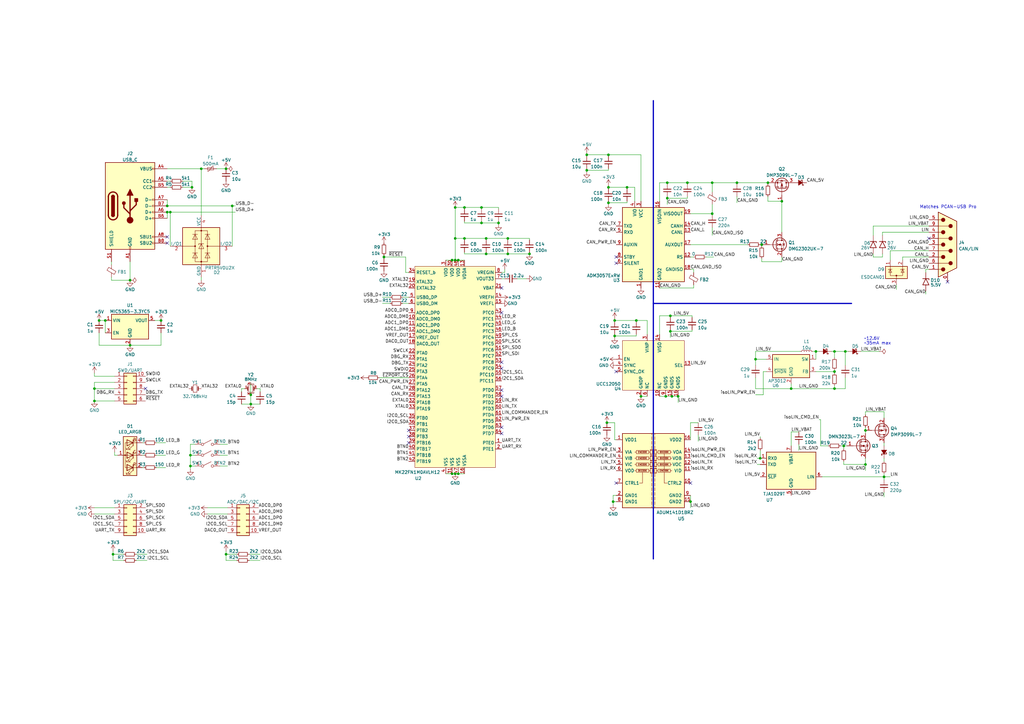
<source format=kicad_sch>
(kicad_sch (version 20230121) (generator eeschema)
  (paper "A3")
  (title_block (title "JABICAN-USB Pro"))
  (junction (at 157.48 105.41))
  (junction (at 309.88 147.32))
  (junction (at 362.585 195.58))
  (junction (at 92.71 227.33))
  (junction (at 260.985 131.445))
  (junction (at 292.1 74.93))
  (junction (at 324.485 159.385))
  (junction (at 53.34 114.935))
  (junction (at 78.105 191.135))
  (junction (at 346.71 144.145))
  (junction (at 208.28 97.79))
  (junction (at 354.965 190.5))
  (junction (at 257.175 76.835))
  (junction (at 249.555 83.185))
  (junction (at 334.645 144.145))
  (junction (at 274.955 129.54))
  (junction (at 251.46 205.74))
  (junction (at 273.05 162.56))
  (junction (at 190.5 85.09))
  (junction (at 102.87 165.735))
  (junction (at 38.735 159.385))
  (junction (at 186.69 97.79))
  (junction (at 102.87 161.925))
  (junction (at 199.39 97.79))
  (junction (at 78.105 186.69))
  (junction (at 187.96 106.68))
  (junction (at 197.485 85.09))
  (junction (at 199.39 104.14))
  (junction (at 312.42 100.33))
  (junction (at 273.685 81.28))
  (junction (at 342.265 152.4))
  (junction (at 68.58 84.455))
  (junction (at 186.69 85.09))
  (junction (at 262.89 162.56))
  (junction (at 69.85 86.995))
  (junction (at 204.47 91.44))
  (junction (at 252.095 131.445))
  (junction (at 342.265 159.385))
  (junction (at 249.555 63.5))
  (junction (at 82.55 69.215))
  (junction (at 283.21 205.74))
  (junction (at 252.095 137.795))
  (junction (at 190.5 97.79))
  (junction (at 186.69 106.68))
  (junction (at 43.18 131.445))
  (junction (at 208.28 104.14))
  (junction (at 354.965 176.53))
  (junction (at 292.1 87.63))
  (junction (at 46.355 227.33))
  (junction (at 320.675 82.55))
  (junction (at 278.13 162.56))
  (junction (at 342.265 144.145))
  (junction (at 92.71 69.215))
  (junction (at 40.64 131.445))
  (junction (at 186.69 194.31))
  (junction (at 311.785 187.96))
  (junction (at 346.075 182.88))
  (junction (at 240.665 69.85))
  (junction (at 38.735 164.465))
  (junction (at 185.42 106.68))
  (junction (at 240.665 63.5))
  (junction (at 53.34 141.605))
  (junction (at 281.94 74.93))
  (junction (at 275.59 162.56))
  (junction (at 95.25 84.455))
  (junction (at 187.96 194.31))
  (junction (at 249.555 76.835))
  (junction (at 66.04 131.445))
  (junction (at 273.685 74.93))
  (junction (at 185.42 194.31))
  (junction (at 217.17 104.14))
  (junction (at 274.955 135.89))
  (junction (at 248.92 173.355))
  (junction (at 302.26 74.93))
  (junction (at 78.74 76.835))
  (junction (at 314.96 74.93))
  (junction (at 68.58 86.995))
  (junction (at 197.485 91.44))
  (no_connect (at 252.73 152.4))
  (no_connect (at 205.74 128.27))
  (no_connect (at 252.73 105.41))
  (no_connect (at 252.73 107.95))
  (no_connect (at 252.73 198.12))
  (no_connect (at 283.21 198.12))
  (no_connect (at 167.64 181.61))
  (no_connect (at 167.64 179.07))
  (no_connect (at 167.64 176.53))
  (no_connect (at 205.74 148.59))
  (no_connect (at 205.74 151.13))
  (no_connect (at 205.74 162.56))
  (no_connect (at 205.74 160.02))
  (no_connect (at 205.74 175.26))
  (no_connect (at 205.74 177.8))
  (no_connect (at 59.69 159.385))
  (no_connect (at 388.62 115.57))
  (no_connect (at 68.58 99.695))
  (no_connect (at 68.58 97.155))
  (no_connect (at 205.74 118.11))
  (no_connect (at 381 97.79))
  (wire (pts (xy 78.74 76.835) (xy 74.93 76.835)))
  (wire (pts (xy 346.71 159.385) (xy 342.265 159.385)))
  (wire (pts (xy 190.5 104.14) (xy 199.39 104.14)))
  (wire (pts (xy 286.385 178.435) (xy 286.385 180.975)))
  (wire (pts (xy 38.735 156.845) (xy 46.99 156.845)))
  (wire (pts (xy 95.25 84.455) (xy 96.52 84.455)))
  (wire (pts (xy 346.075 184.15) (xy 346.075 182.88)))
  (wire (pts (xy 362.585 182.88) (xy 362.585 181.61)))
  (wire (pts (xy 333.375 144.145) (xy 334.645 144.145)))
  (wire (pts (xy 199.39 98.425) (xy 199.39 97.79)))
  (wire (pts (xy 314.325 152.4) (xy 313.055 152.4)))
  (wire (pts (xy 260.985 131.445) (xy 260.985 132.08)))
  (wire (pts (xy 354.965 190.5) (xy 354.965 193.04)))
  (wire (pts (xy 68.58 84.455) (xy 95.25 84.455)))
  (wire (pts (xy 354.965 168.91) (xy 362.585 168.91)))
  (wire (pts (xy 283.845 129.54) (xy 283.845 130.175)))
  (wire (pts (xy 314.96 82.55) (xy 320.675 82.55)))
  (wire (pts (xy 64.135 181.61) (xy 67.945 181.61)))
  (wire (pts (xy 284.48 118.11) (xy 284.48 116.84)))
  (wire (pts (xy 95.25 84.455) (xy 95.25 100.965)))
  (wire (pts (xy 66.04 136.525) (xy 66.04 141.605)))
  (wire (pts (xy 281.94 74.93) (xy 292.1 74.93)))
  (wire (pts (xy 309.88 144.145) (xy 328.295 144.145)))
  (wire (pts (xy 106.68 159.385) (xy 106.68 160.655)))
  (wire (pts (xy 362.585 195.58) (xy 362.585 196.85)))
  (wire (pts (xy 283.21 110.49) (xy 284.48 110.49)))
  (wire (pts (xy 240.665 63.5) (xy 249.555 63.5)))
  (wire (pts (xy 336.55 182.88) (xy 339.725 182.88)))
  (wire (pts (xy 58.42 181.61) (xy 59.055 181.61)))
  (wire (pts (xy 289.56 105.41) (xy 292.735 105.41)))
  (wire (pts (xy 68.58 69.215) (xy 82.55 69.215)))
  (wire (pts (xy 53.34 107.315) (xy 53.34 114.935)))
  (wire (pts (xy 186.69 85.09) (xy 186.69 97.79)))
  (wire (pts (xy 92.71 229.87) (xy 97.155 229.87)))
  (wire (pts (xy 78.105 186.69) (xy 78.105 191.135)))
  (wire (pts (xy 257.175 83.185) (xy 249.555 83.185)))
  (wire (pts (xy 197.485 85.09) (xy 204.47 85.09)))
  (wire (pts (xy 346.71 144.145) (xy 342.265 144.145)))
  (wire (pts (xy 249.555 76.835) (xy 257.175 76.835)))
  (wire (pts (xy 197.485 90.805) (xy 197.485 91.44)))
  (wire (pts (xy 354.965 177.8) (xy 354.965 176.53)))
  (wire (pts (xy 358.14 92.71) (xy 358.14 96.52)))
  (wire (pts (xy 252.095 180.34) (xy 252.095 173.355)))
  (wire (pts (xy 90.17 191.135) (xy 93.345 191.135)))
  (wire (pts (xy 102.87 156.845) (xy 102.87 161.925)))
  (wire (pts (xy 240.665 69.85) (xy 240.665 69.215)))
  (wire (pts (xy 80.01 182.245) (xy 78.105 182.245)))
  (wire (pts (xy 274.955 135.255) (xy 274.955 135.89)))
  (wire (pts (xy 53.34 141.605) (xy 66.04 141.605)))
  (wire (pts (xy 310.515 187.96) (xy 311.785 187.96)))
  (wire (pts (xy 324.485 159.385) (xy 342.265 159.385)))
  (wire (pts (xy 45.72 114.935) (xy 53.34 114.935)))
  (wire (pts (xy 55.88 229.87) (xy 60.325 229.87)))
  (wire (pts (xy 379.73 119.38) (xy 379.73 120.65)))
  (wire (pts (xy 217.17 98.425) (xy 217.17 97.79)))
  (wire (pts (xy 38.735 153.035) (xy 38.735 154.305)))
  (wire (pts (xy 102.87 161.925) (xy 102.87 165.735)))
  (wire (pts (xy 204.47 91.44) (xy 204.47 90.805)))
  (wire (pts (xy 354.965 190.5) (xy 346.075 190.5)))
  (wire (pts (xy 190.5 85.725) (xy 190.5 85.09)))
  (wire (pts (xy 165.1 121.92) (xy 167.64 121.92)))
  (wire (pts (xy 292.1 87.63) (xy 292.1 88.265)))
  (wire (pts (xy 58.42 186.69) (xy 59.055 186.69)))
  (wire (pts (xy 302.26 75.565) (xy 302.26 74.93)))
  (wire (pts (xy 204.47 91.44) (xy 204.47 92.075)))
  (wire (pts (xy 270.51 162.56) (xy 273.05 162.56)))
  (wire (pts (xy 187.96 194.31) (xy 190.5 194.31)))
  (wire (pts (xy 102.235 227.33) (xy 106.68 227.33)))
  (wire (pts (xy 311.785 184.785) (xy 311.785 187.96)))
  (wire (pts (xy 292.1 74.93) (xy 302.26 74.93)))
  (wire (pts (xy 379.73 110.49) (xy 379.73 111.76)))
  (wire (pts (xy 278.13 162.56) (xy 278.13 165.1)))
  (wire (pts (xy 314.96 74.93) (xy 314.96 75.565)))
  (wire (pts (xy 260.35 76.835) (xy 257.175 76.835)))
  (wire (pts (xy 68.58 76.835) (xy 69.85 76.835)))
  (wire (pts (xy 99.06 165.735) (xy 102.87 165.735)))
  (wire (pts (xy 197.485 85.09) (xy 197.485 85.725)))
  (wire (pts (xy 78.105 186.69) (xy 80.01 186.69)))
  (wire (pts (xy 265.43 131.445) (xy 260.985 131.445)))
  (wire (pts (xy 186.69 97.79) (xy 186.69 106.68)))
  (wire (pts (xy 249.555 69.85) (xy 240.665 69.85)))
  (wire (pts (xy 367.665 116.84) (xy 367.665 118.745)))
  (wire (pts (xy 275.59 162.56) (xy 278.13 162.56)))
  (wire (pts (xy 257.175 82.55) (xy 257.175 83.185)))
  (wire (pts (xy 78.105 182.245) (xy 78.105 186.69)))
  (wire (pts (xy 252.73 180.34) (xy 252.095 180.34)))
  (wire (pts (xy 92.71 227.33) (xy 92.71 229.87)))
  (wire (pts (xy 283.21 87.63) (xy 292.1 87.63)))
  (wire (pts (xy 313.055 100.33) (xy 312.42 100.33)))
  (wire (pts (xy 249.555 69.215) (xy 249.555 69.85)))
  (wire (pts (xy 208.28 98.425) (xy 208.28 97.79)))
  (wire (pts (xy 46.355 229.87) (xy 50.8 229.87)))
  (wire (pts (xy 68.58 86.995) (xy 69.85 86.995)))
  (wire (pts (xy 284.48 105.41) (xy 283.21 105.41)))
  (wire (pts (xy 90.17 186.69) (xy 93.345 186.69)))
  (wire (pts (xy 58.42 191.77) (xy 59.055 191.77)))
  (wire (pts (xy 312.42 100.33) (xy 312.42 100.965)))
  (wire (pts (xy 265.43 137.16) (xy 265.43 131.445)))
  (wire (pts (xy 38.735 164.465) (xy 46.99 164.465)))
  (wire (pts (xy 38.735 208.28) (xy 46.99 208.28)))
  (wire (pts (xy 249.555 76.2) (xy 249.555 76.835)))
  (wire (pts (xy 327.66 182.245) (xy 327.66 184.785)))
  (wire (pts (xy 186.69 194.31) (xy 187.96 194.31)))
  (wire (pts (xy 311.785 100.33) (xy 312.42 100.33)))
  (wire (pts (xy 273.685 74.93) (xy 270.51 74.93)))
  (wire (pts (xy 157.48 104.775) (xy 157.48 105.41)))
  (wire (pts (xy 309.88 154.94) (xy 309.88 159.385)))
  (wire (pts (xy 85.09 208.28) (xy 93.345 208.28)))
  (wire (pts (xy 68.58 74.295) (xy 69.85 74.295)))
  (wire (pts (xy 199.39 103.505) (xy 199.39 104.14)))
  (wire (pts (xy 270.51 118.11) (xy 284.48 118.11)))
  (wire (pts (xy 190.5 98.425) (xy 190.5 97.79)))
  (wire (pts (xy 342.265 146.685) (xy 342.265 144.145)))
  (wire (pts (xy 274.955 135.89) (xy 283.845 135.89)))
  (wire (pts (xy 40.64 131.445) (xy 43.18 131.445)))
  (wire (pts (xy 342.265 152.4) (xy 342.265 153.035)))
  (wire (pts (xy 55.88 227.33) (xy 60.325 227.33)))
  (wire (pts (xy 283.21 205.74) (xy 283.21 208.28)))
  (wire (pts (xy 208.28 103.505) (xy 208.28 104.14)))
  (wire (pts (xy 361.95 96.52) (xy 361.95 95.25)))
  (wire (pts (xy 166.37 111.76) (xy 166.37 105.41)))
  (wire (pts (xy 208.28 104.14) (xy 217.17 104.14)))
  (wire (pts (xy 324.485 177.165) (xy 327.66 177.165)))
  (wire (pts (xy 190.5 91.44) (xy 197.485 91.44)))
  (wire (pts (xy 358.14 105.41) (xy 361.95 105.41)))
  (wire (pts (xy 186.69 106.68) (xy 187.96 106.68)))
  (wire (pts (xy 197.485 91.44) (xy 204.47 91.44)))
  (wire (pts (xy 381 102.87) (xy 365.125 102.87)))
  (wire (pts (xy 260.985 131.445) (xy 252.095 131.445)))
  (wire (pts (xy 69.85 86.995) (xy 69.85 100.965)))
  (wire (pts (xy 336.55 172.085) (xy 336.55 182.88)))
  (wire (pts (xy 324.485 157.48) (xy 324.485 159.385)))
  (wire (pts (xy 40.64 141.605) (xy 53.34 141.605)))
  (wire (pts (xy 309.88 159.385) (xy 324.485 159.385)))
  (wire (pts (xy 354.965 187.96) (xy 354.965 190.5)))
  (wire (pts (xy 46.355 226.06) (xy 46.355 227.33)))
  (wire (pts (xy 365.125 102.87) (xy 365.125 106.68)))
  (wire (pts (xy 38.735 159.385) (xy 46.99 159.385)))
  (wire (pts (xy 40.64 136.525) (xy 40.64 141.605)))
  (wire (pts (xy 281.94 75.565) (xy 281.94 74.93)))
  (wire (pts (xy 199.39 97.79) (xy 190.5 97.79)))
  (wire (pts (xy 38.735 210.82) (xy 46.99 210.82)))
  (wire (pts (xy 208.28 97.79) (xy 199.39 97.79)))
  (wire (pts (xy 182.88 106.68) (xy 185.42 106.68)))
  (wire (pts (xy 205.74 114.3) (xy 207.01 114.3)))
  (wire (pts (xy 92.71 226.06) (xy 92.71 227.33)))
  (wire (pts (xy 262.89 63.5) (xy 262.89 82.55)))
  (wire (pts (xy 381 110.49) (xy 379.73 110.49)))
  (wire (pts (xy 274.955 129.54) (xy 283.845 129.54)))
  (wire (pts (xy 344.805 182.88) (xy 346.075 182.88)))
  (wire (pts (xy 313.055 152.4) (xy 313.055 161.925)))
  (wire (pts (xy 337.185 195.58) (xy 362.585 195.58)))
  (wire (pts (xy 69.85 86.995) (xy 96.52 86.995)))
  (wire (pts (xy 82.55 69.215) (xy 82.55 88.265)))
  (wire (pts (xy 74.93 74.295) (xy 78.74 74.295)))
  (wire (pts (xy 249.555 63.5) (xy 262.89 63.5)))
  (wire (pts (xy 82.55 113.665) (xy 82.55 114.935)))
  (wire (pts (xy 358.14 104.14) (xy 358.14 105.41)))
  (wire (pts (xy 190.5 97.79) (xy 186.69 97.79)))
  (wire (pts (xy 283.21 203.2) (xy 283.21 205.74)))
  (wire (pts (xy 240.665 62.865) (xy 240.665 63.5)))
  (wire (pts (xy 257.175 76.835) (xy 257.175 77.47)))
  (wire (pts (xy 78.74 74.295) (xy 78.74 76.835)))
  (wire (pts (xy 342.265 159.385) (xy 342.265 158.115)))
  (wire (pts (xy 361.95 95.25) (xy 381 95.25)))
  (wire (pts (xy 273.685 81.28) (xy 281.94 81.28)))
  (wire (pts (xy 90.17 182.245) (xy 93.345 182.245)))
  (wire (pts (xy 105.41 159.385) (xy 106.68 159.385)))
  (wire (pts (xy 270.51 129.54) (xy 274.955 129.54)))
  (wire (pts (xy 252.095 131.445) (xy 252.095 132.08)))
  (wire (pts (xy 362.585 194.31) (xy 362.585 195.58)))
  (wire (pts (xy 292.1 78.74) (xy 292.1 74.93)))
  (wire (pts (xy 167.64 111.76) (xy 166.37 111.76)))
  (wire (pts (xy 251.46 207.01) (xy 251.46 205.74)))
  (wire (pts (xy 249.555 63.5) (xy 249.555 64.135)))
  (wire (pts (xy 240.665 69.85) (xy 240.665 70.485)))
  (wire (pts (xy 312.42 107.315) (xy 320.675 107.315)))
  (wire (pts (xy 262.89 162.56) (xy 265.43 162.56)))
  (wire (pts (xy 156.845 124.46) (xy 160.02 124.46)))
  (wire (pts (xy 187.96 106.68) (xy 190.5 106.68)))
  (wire (pts (xy 48.26 186.69) (xy 46.99 186.69)))
  (wire (pts (xy 361.95 105.41) (xy 361.95 104.14)))
  (wire (pts (xy 354.965 175.26) (xy 354.965 176.53)))
  (wire (pts (xy 283.21 173.355) (xy 283.21 180.34)))
  (wire (pts (xy 324.485 182.88) (xy 324.485 177.165)))
  (wire (pts (xy 185.42 194.31) (xy 186.69 194.31)))
  (wire (pts (xy 311.785 179.07) (xy 311.785 179.705)))
  (wire (pts (xy 102.235 229.87) (xy 106.68 229.87)))
  (wire (pts (xy 283.845 135.89) (xy 283.845 135.255)))
  (wire (pts (xy 346.71 149.86) (xy 346.71 144.145)))
  (wire (pts (xy 190.5 103.505) (xy 190.5 104.14)))
  (wire (pts (xy 314.96 74.93) (xy 315.595 74.93)))
  (wire (pts (xy 155.575 154.94) (xy 167.64 154.94)))
  (wire (pts (xy 46.355 227.33) (xy 46.355 229.87)))
  (polyline (pts (xy 267.97 41.275) (xy 267.97 229.235)) (stroke (width 0.508)))
  (wire (pts (xy 190.5 91.44) (xy 190.5 90.805)))
  (wire (pts (xy 85.09 210.82) (xy 93.345 210.82)))
  (wire (pts (xy 274.955 129.54) (xy 274.955 130.175)))
  (wire (pts (xy 342.265 151.765) (xy 342.265 152.4)))
  (wire (pts (xy 334.645 144.145) (xy 334.645 147.32)))
  (wire (pts (xy 165.1 124.46) (xy 167.64 124.46)))
  (wire (pts (xy 362.585 195.58) (xy 365.125 195.58)))
  (wire (pts (xy 212.09 114.3) (xy 215.9 114.3)))
  (wire (pts (xy 362.585 168.91) (xy 362.585 171.45)))
  (wire (pts (xy 346.075 182.88) (xy 347.345 182.88)))
  (wire (pts (xy 354.965 168.91) (xy 354.965 170.18)))
  (wire (pts (xy 240.665 64.135) (xy 240.665 63.5)))
  (wire (pts (xy 38.735 159.385) (xy 38.735 156.845)))
  (wire (pts (xy 260.35 82.55) (xy 260.35 76.835)))
  (wire (pts (xy 78.105 191.135) (xy 80.01 191.135)))
  (wire (pts (xy 281.94 74.93) (xy 273.685 74.93)))
  (wire (pts (xy 342.265 144.145) (xy 340.995 144.145)))
  (wire (pts (xy 270.51 129.54) (xy 270.51 137.16)))
  (wire (pts (xy 273.685 74.93) (xy 273.685 75.565)))
  (wire (pts (xy 320.675 82.55) (xy 320.675 95.25)))
  (wire (pts (xy 100.33 159.385) (xy 99.06 159.385)))
  (wire (pts (xy 309.88 147.32) (xy 314.325 147.32)))
  (wire (pts (xy 99.06 159.385) (xy 99.06 160.655)))
  (wire (pts (xy 102.87 165.735) (xy 106.68 165.735)))
  (wire (pts (xy 63.5 131.445) (xy 66.04 131.445)))
  (wire (pts (xy 45.72 107.315) (xy 45.72 108.585)))
  (wire (pts (xy 346.075 190.5) (xy 346.075 189.23)))
  (wire (pts (xy 249.555 77.47) (xy 249.555 76.835)))
  (wire (pts (xy 182.88 194.31) (xy 185.42 194.31)))
  (wire (pts (xy 38.735 154.305) (xy 46.99 154.305)))
  (wire (pts (xy 38.735 164.465) (xy 38.735 159.385)))
  (wire (pts (xy 335.915 172.085) (xy 336.55 172.085)))
  (wire (pts (xy 283.21 100.33) (xy 306.705 100.33)))
  (polyline (pts (xy 267.97 124.46) (xy 349.25 124.46)) (stroke (width 0.508)))
  (wire (pts (xy 273.685 81.28) (xy 273.685 83.82)))
  (wire (pts (xy 281.94 81.28) (xy 281.94 80.645)))
  (wire (pts (xy 217.17 104.14) (xy 217.17 103.505)))
  (wire (pts (xy 370.205 105.41) (xy 370.205 106.68)))
  (wire (pts (xy 309.88 144.145) (xy 309.88 147.32)))
  (wire (pts (xy 204.47 85.09) (xy 204.47 85.725)))
  (wire (pts (xy 334.645 144.145) (xy 335.915 144.145)))
  (wire (pts (xy 320.675 105.41) (xy 320.675 107.315)))
  (wire (pts (xy 82.55 69.215) (xy 83.82 69.215)))
  (wire (pts (xy 334.645 152.4) (xy 342.265 152.4)))
  (wire (pts (xy 249.555 83.185) (xy 249.555 83.82)))
  (wire (pts (xy 362.585 203.835) (xy 362.585 201.93)))
  (wire (pts (xy 43.18 131.445) (xy 43.18 136.525)))
  (wire (pts (xy 314.96 80.645) (xy 314.96 82.55)))
  (wire (pts (xy 251.46 205.74) (xy 251.46 203.2)))
  (wire (pts (xy 312.42 106.045) (xy 312.42 107.315)))
  (wire (pts (xy 207.01 111.76) (xy 207.01 110.49)))
  (wire (pts (xy 346.71 154.94) (xy 346.71 159.385)))
  (wire (pts (xy 309.88 161.925) (xy 313.055 161.925)))
  (wire (pts (xy 249.555 83.185) (xy 249.555 82.55)))
  (wire (pts (xy 310.515 190.5) (xy 311.785 190.5)))
  (wire (pts (xy 64.135 191.77) (xy 67.945 191.77)))
  (wire (pts (xy 260.985 137.16) (xy 260.985 137.795)))
  (wire (pts (xy 199.39 104.14) (xy 208.28 104.14)))
  (wire (pts (xy 292.1 93.345) (xy 292.1 96.52)))
  (wire (pts (xy 309.88 149.86) (xy 309.88 147.32)))
  (wire (pts (xy 190.5 85.09) (xy 186.69 85.09)))
  (wire (pts (xy 50.8 227.33) (xy 46.355 227.33)))
  (wire (pts (xy 97.155 227.33) (xy 92.71 227.33)))
  (wire (pts (xy 252.095 138.43) (xy 252.095 137.795)))
  (wire (pts (xy 157.48 106.045) (xy 157.48 105.41)))
  (wire (pts (xy 273.05 162.56) (xy 275.59 162.56)))
  (wire (pts (xy 273.685 80.645) (xy 273.685 81.28)))
  (wire (pts (xy 78.105 191.135) (xy 78.105 192.405)))
  (wire (pts (xy 68.58 86.995) (xy 68.58 89.535)))
  (wire (pts (xy 252.095 137.795) (xy 252.095 137.16)))
  (wire (pts (xy 381 105.41) (xy 370.205 105.41)))
  (wire (pts (xy 252.095 173.355) (xy 248.92 173.355)))
  (wire (pts (xy 346.71 144.145) (xy 347.98 144.145)))
  (wire (pts (xy 251.46 205.74) (xy 252.73 205.74)))
  (wire (pts (xy 208.28 97.79) (xy 217.17 97.79)))
  (wire (pts (xy 68.58 81.915) (xy 68.58 84.455)))
  (wire (pts (xy 302.26 80.645) (xy 302.26 83.185)))
  (wire (pts (xy 205.74 111.76) (xy 207.01 111.76)))
  (wire (pts (xy 286.385 173.355) (xy 283.21 173.355)))
  (wire (pts (xy 274.955 135.89) (xy 274.955 138.43)))
  (wire (pts (xy 292.1 83.82) (xy 292.1 87.63)))
  (wire (pts (xy 45.72 113.665) (xy 45.72 114.935)))
  (wire (pts (xy 157.48 105.41) (xy 166.37 105.41)))
  (wire (pts (xy 156.845 121.92) (xy 160.02 121.92)))
  (wire (pts (xy 360.68 144.145) (xy 353.06 144.145)))
  (wire (pts (xy 252.095 130.81) (xy 252.095 131.445)))
  (wire (pts (xy 381 92.71) (xy 358.14 92.71)))
  (wire (pts (xy 251.46 203.2) (xy 252.73 203.2)))
  (wire (pts (xy 46.99 186.69) (xy 46.99 185.42)))
  (wire (pts (xy 185.42 106.68) (xy 186.69 106.68)))
  (wire (pts (xy 362.585 187.96) (xy 362.585 189.23)))
  (wire (pts (xy 270.51 74.93) (xy 270.51 82.55)))
  (wire (pts (xy 88.9 69.215) (xy 92.71 69.215)))
  (wire (pts (xy 284.48 110.49) (xy 284.48 111.76)))
  (wire (pts (xy 190.5 85.09) (xy 197.485 85.09)))
  (wire (pts (xy 260.985 137.795) (xy 252.095 137.795)))
  (wire (pts (xy 64.135 186.69) (xy 67.945 186.69)))
  (wire (pts (xy 302.26 74.93) (xy 314.96 74.93)))
  (text "~35mA max" (at 354.33 141.605 0) (effects (font (size 1.27 1.27)) (justify left bottom)))
  (text "Matches PCAN-USB Pro" (at 377.19 85.725 0) (effects (font (size 1.27 1.27)) (justify left bottom)))
  (text "~12.6V" (at 354.33 139.7 0) (effects (font (size 1.27 1.27)) (justify left bottom)))
  (label "LIN_GND" (at 354.965 193.04 180))
  (label "I2C1_SCL" (at 46.99 215.9 180))
  (label "EXTAL0" (at 167.64 165.1 180))
  (label "I2C0_SCL" (at 93.345 215.9 180))
  (label "LIN_PWR_EN" (at 252.73 185.42 180))
  (label "SWDIO" (at 167.64 152.4 180))
  (label "LIN_VBAT" (at 381 92.71 180))
  (label "USB_D+" (at 156.845 121.92 180))
  (label "EXTAL32" (at 167.64 118.11 180))
  (label "BTN2" (at 167.64 189.23 180))
  (label "CAN_GND" (at 367.665 118.745 180))
  (label "LIN_COMMANDER_EN" (at 205.74 170.18 0))
  (label "ADC0_DP0" (at 167.64 128.27 180))
  (label "LED_B" (at 205.74 135.89 0))
  (label "CAN_TX" (at 252.73 92.71 180))
  (label "isoLIN_RX" (at 310.515 187.96 180))
  (label "LIN_GND" (at 381 90.17 180))
  (label "CAN_GND" (at 270.51 118.11 0))
  (label "CAN_GND" (at 292.735 105.41 0))
  (label "SPI_SDO" (at 59.69 208.28 0))
  (label "ADC0_DM0" (at 167.64 130.81 180))
  (label "ADC0_DP0" (at 106.045 208.28 0))
  (label "ADC1_DM0" (at 106.045 215.9 0))
  (label "isoLIN_CMD_EN" (at 283.21 187.96 0))
  (label "SPI_CS" (at 59.69 215.9 0))
  (label "LED_B" (at 67.945 181.61 0))
  (label "CAN_GND_ISO" (at 283.21 110.49 0))
  (label "CAN_PWR_EN" (at 167.64 157.48 180))
  (label "I2C0_SCL" (at 106.68 229.87 0))
  (label "SPI_SCK" (at 59.69 213.36 0))
  (label "DBG_RX" (at 167.64 147.32 180))
  (label "LIN_GND" (at 327.66 159.385 0))
  (label "LIN_VBAT" (at 353.06 144.145 0))
  (label "SWCLK" (at 59.69 156.845 0))
  (label "DAC0_OUT" (at 167.64 140.97 180))
  (label "VREF_OUT" (at 167.64 138.43 180))
  (label "LIN_5V" (at 276.225 129.54 0))
  (label "CAN_GND" (at 302.26 83.185 0))
  (label "SPI_SDO" (at 205.74 143.51 0))
  (label "SWDIO" (at 59.69 154.305 0))
  (label "UART_RX" (at 59.69 218.44 0))
  (label "SPI_SDI" (at 205.74 146.05 0))
  (label "isoLIN_PWR_EN" (at 309.88 161.925 180))
  (label "DBG_RX" (at 46.99 161.925 180))
  (label "~{RESET}" (at 59.69 164.465 0))
  (label "CAN_L" (at 381 105.41 180))
  (label "LIN" (at 381 95.25 180))
  (label "LIN_VBAT" (at 354.965 168.91 0))
  (label "CAN_GND" (at 273.685 83.82 0))
  (label "LIN_5V" (at 309.88 144.145 0))
  (label "ADC0_DM0" (at 106.045 210.82 0))
  (label "LIN_PWR_EN" (at 205.74 172.72 0))
  (label "I2C1_SCL" (at 60.325 229.87 0))
  (label "LIN_RX" (at 252.73 193.04 180))
  (label "LIN_5V" (at 286.385 173.355 0))
  (label "CAN_GND" (at 379.73 120.65 180))
  (label "LIN_TX" (at 252.73 190.5 180))
  (label "CAN_PWR_EN" (at 252.73 100.33 180))
  (label "EXTAL32" (at 77.47 159.385 180))
  (label "LED_G" (at 67.945 186.69 0))
  (label "isoLIN_TX" (at 283.21 190.5 0))
  (label "LIN_GND" (at 358.14 105.41 180))
  (label "isoLIN_PWR_EN" (at 283.21 185.42 0))
  (label "CAN_L" (at 283.21 95.25 0))
  (label "LIN_GND" (at 286.385 180.975 0))
  (label "LIN_5V" (at 283.21 149.86 0))
  (label "CAN_H" (at 283.21 92.71 0))
  (label "EXTAL0" (at 99.06 159.385 180))
  (label "VREF_OUT" (at 106.045 218.44 0))
  (label "I2C1_SDA" (at 46.99 213.36 180))
  (label "CAN_GND" (at 320.675 107.315 0))
  (label "LIN_COMMANDER_EN" (at 252.73 187.96 180))
  (label "I2C1_SCL" (at 205.74 153.67 0))
  (label "LIN_GND" (at 274.955 138.43 0))
  (label "ADC1_DP0" (at 167.64 133.35 180))
  (label "UART_TX" (at 205.74 181.61 0))
  (label "LIN_5V" (at 311.785 195.58 180))
  (label "DBG_TX" (at 167.64 149.86 180))
  (label "I2C1_SDA" (at 205.74 156.21 0))
  (label "CAN_5V" (at 330.835 74.93 0))
  (label "I2C0_SCL" (at 167.64 171.45 180))
  (label "CAN_RX" (at 167.64 162.56 180))
  (label "LIN_TX" (at 205.74 167.64 0))
  (label "LIN_GND" (at 327.66 184.785 0))
  (label "XTAL0" (at 167.64 167.64 180))
  (label "LIN_GND" (at 381 107.95 180))
  (label "CAN_5V" (at 381 110.49 180))
  (label "LIN_5V" (at 311.785 179.07 180))
  (label "SPI_SCK" (at 205.74 140.97 0))
  (label "XTAL0" (at 106.68 159.385 0))
  (label "XTAL32" (at 167.64 115.57 180))
  (label "LED_G" (at 205.74 133.35 0))
  (label "isoLIN_TX" (at 310.515 190.5 180))
  (label "BTN1" (at 167.64 186.69 180))
  (label "USB_D-" (at 96.52 84.455 0))
  (label "SPI_SDI" (at 59.69 210.82 0))
  (label "UART_TX" (at 46.99 218.44 180))
  (label "I2C0_SDA" (at 167.64 173.99 180))
  (label "isoLIN_CMD_EN" (at 335.915 172.085 180))
  (label "UART_RX" (at 205.74 184.15 0))
  (label "LED_R" (at 67.945 191.77 0))
  (label "~{RESET}" (at 159.385 105.41 0))
  (label "LED_R" (at 205.74 130.81 0))
  (label "I2C0_SDA" (at 106.68 227.33 0))
  (label "I2C0_SDA" (at 93.345 213.36 180))
  (label "SPI_CS" (at 205.74 138.43 0))
  (label "CAN_H" (at 381 102.87 180))
  (label "CAN_GND" (at 381 100.33 180))
  (label "isoLIN_RX" (at 283.21 193.04 0))
  (label "BTN2" (at 93.345 191.135 0))
  (label "CAN_RX" (at 252.73 95.25 180))
  (label "CAN_TX" (at 167.64 160.02 180))
  (label "~{EZPORT_CS}" (at 167.64 154.94 180))
  (label "ADC1_DM0" (at 167.64 135.89 180))
  (label "XTAL32" (at 82.55 159.385 0))
  (label "BTN1" (at 93.345 186.69 0))
  (label "DAC0_OUT" (at 93.345 218.44 180))
  (label "LIN_GND" (at 324.485 203.2 0))
  (label "LIN_GND" (at 362.585 203.835 180))
  (label "LIN_VBAT" (at 324.485 177.165 0))
  (label "SWCLK" (at 167.64 144.78 180))
  (label "ADC1_DP0" (at 106.045 213.36 0))
  (label "I2C1_SDA" (at 60.325 227.33 0))
  (label "LIN_GND" (at 283.21 208.28 0))
  (label "LIN_RX" (at 205.74 165.1 0))
  (label "LIN" (at 365.125 195.58 0))
  (label "USB_D+" (at 96.52 86.995 0))
  (label "BTN0" (at 93.345 182.245 0))
  (label "USB_D-" (at 156.845 124.46 180))
  (label "CAN_GND_ISO" (at 292.1 96.52 0))
  (label "LIN_GND" (at 278.13 165.1 0))
  (label "DBG_TX" (at 59.69 161.925 0))
  (label "BTN0" (at 167.64 184.15 180))
  (symbol (lib_id "Device:R_Small") (at 61.595 186.69 90) (unit 1)
    (property "Reference" "R2" (at 58.42 185.42 90))
    (property "Value" "150" (at 65.405 185.42 90))
    (property "Footprint" "Resistor_SMD:R_0603_1608Metric" (effects hide))
  )
  (symbol (lib_id "power:+3V3") (at 66.04 131.445 0) (unit 1)
    (property "Reference" "#PWR07" (effects hide))
    (property "Value" "+3V3" (at 66.04 127.8692 0))
  )
  (symbol (lib_id "Device:C_Small") (at 257.175 80.01 0) (mirror x) (unit 1)
    (property "Reference" "C20" (at 254.851 79.1689 0) (effects (justify right)))
    (property "Value" "10n" (at 254.851 81.7058 0) (effects (justify right)))
    (property "Footprint" "Capacitor_SMD:C_0603_1608Metric" (effects hide))
  )
  (symbol (lib_id "Device:C_Small") (at 40.64 133.985 0) (mirror x) (unit 1)
    (property "Reference" "C1" (at 38.3159 133.1439 0) (effects (justify right)))
    (property "Value" "1u" (at 38.3159 135.6808 0) (effects (justify right)))
    (property "Footprint" "Capacitor_SMD:C_0603_1608Metric" (effects hide))
  )
  (symbol (lib_id "Device:R_Small") (at 342.265 155.575 0) (mirror x) (unit 1)
    (property "Reference" "R18" (at 340.7665 154.7403 0) (effects (justify right)))
    (property "Value" "22k" (at 340.7665 157.2772 0) (effects (justify right)))
    (property "Footprint" "Resistor_SMD:R_0402_1005Metric" (effects hide))
  )
  (symbol (lib_id "Device:C_Small") (at 327.66 179.705 180) (unit 1)
    (property "Reference" "C30" (at 329.9841 178.8639 0) (effects (justify right)))
    (property "Value" "100n" (at 329.9841 181.4008 0) (effects (justify right)))
    (property "Footprint" "Capacitor_SMD:C_0603_1608Metric" (effects hide))
  )
  (symbol (lib_id "power:+3V3") (at 92.71 226.06 0) (unit 1)
    (property "Reference" "#PWR043" (effects hide))
    (property "Value" "+3V3" (at 92.71 222.4842 0))
  )
  (symbol (lib_id "power:GND") (at 82.55 114.935 0) (unit 1)
    (property "Reference" "#PWR010" (effects hide))
    (property "Value" "GND" (at 82.55 118.745 0))
  )
  (symbol (lib_id "power:GND") (at 205.74 124.46 90) (unit 1)
    (property "Reference" "#PWR024" (effects hide))
    (property "Value" "GND" (at 210.185 124.46 90))
  )
  (symbol (lib_id "Regulator_Switching:AP3012") (at 324.485 149.86 0) (unit 1)
    (property "Reference" "U6" (at 318.135 158.115 0))
    (property "Value" "AP3012" (at 318.77 156.21 0))
    (property "Footprint" "Package_TO_SOT_SMD:SOT-23-5" (effects hide))
    (property "Datasheet" "https://www.diodes.com/assets/Datasheets/AP3012.pdf" (effects hide))
  )
  (symbol (lib_id "Device:C_Small") (at 249.555 66.675 0) (mirror x) (unit 1)
    (property "Reference" "C17" (at 247.2309 65.8339 0) (effects (justify right)))
    (property "Value" "100n" (at 247.2309 68.3708 0) (effects (justify right)))
    (property "Footprint" "Capacitor_SMD:C_0603_1608Metric" (effects hide))
  )
  (symbol (lib_id "power:+3V3") (at 150.495 154.94 90) (unit 1)
    (property "Reference" "#PWR017" (effects hide))
    (property "Value" "+3V3" (at 142.24 154.94 90) (effects (justify right)))
  )
  (symbol (lib_id "Regulator_Linear:MIC5365-3.3YC5") (at 53.34 133.985 0) (unit 1)
    (property "Reference" "U1" (at 53.34 125.2052 0))
    (property "Value" "MIC5365-3.3YC5" (at 53.34 127.7421 0))
    (property "Footprint" "Package_TO_SOT_SMD:SOT-353_SC-70-5" (effects hide))
    (property "Datasheet" "http://ww1.microchip.com/downloads/en/DeviceDoc/mic5365.pdf" (effects hide))
  )
  (symbol (lib_id "power:GND") (at 262.89 118.11 0) (unit 1)
    (property "Reference" "#PWR039" (effects hide))
    (property "Value" "GND" (at 262.89 121.92 0))
  )
  (symbol (lib_id "Device:C_Small") (at 292.1 90.805 180) (unit 1)
    (property "Reference" "C27" (at 294.4241 89.9639 0) (effects (justify right)))
    (property "Value" "220n" (at 294.4241 92.5008 0) (effects (justify right)))
    (property "Footprint" "Capacitor_SMD:C_0603_1608Metric" (effects hide))
  )
  (symbol (lib_id "power:PWR_FLAG") (at 360.68 144.145 270) (unit 1)
    (property "Reference" "#FLG03" (effects hide))
    (property "Value" "PWR_FLAG" (effects hide))
  )
  (symbol (lib_id "Device:C_Small") (at 66.04 133.985 0) (unit 1)
    (property "Reference" "C2" (at 68.3641 133.1566 0) (effects (justify left)))
    (property "Value" "1u" (at 68.3641 135.6935 0) (effects (justify left)))
    (property "Footprint" "Capacitor_SMD:C_0603_1608Metric" (effects hide))
  )
  (symbol (lib_id "Device:R_Small") (at 342.265 149.225 0) (mirror x) (unit 1)
    (property "Reference" "R17" (at 340.7665 148.3903 0) (effects (justify right)))
    (property "Value" "200k" (at 340.7665 150.9272 0) (effects (justify right)))
    (property "Footprint" "Resistor_SMD:R_0402_1005Metric" (effects hide))
  )
  (symbol (lib_id "power:+3V3") (at 38.735 153.035 0) (unit 1)
    (property "Reference" "#PWR01" (effects hide))
    (property "Value" "+3V3" (at 38.735 149.4592 0))
  )
  (symbol (lib_id "Device:R_Small") (at 157.48 102.235 0) (mirror x) (unit 1)
    (property "Reference" "R9" (at 155.9815 101.4003 0) (effects (justify right)))
    (property "Value" "10k" (at 155.9815 103.9372 0) (effects (justify right)))
    (property "Footprint" "Resistor_SMD:R_0603_1608Metric" (effects hide))
  )
  (symbol (lib_id "Connector_Generic:Conn_02x05_Odd_Even") (at 98.425 213.36 0) (unit 1)
    (property "Reference" "J5" (at 99.695 203.3102 0))
    (property "Value" "ADC/DAC/I2C" (at 99.695 205.8471 0))
    (property "Footprint" "Connector_PinHeader_1.27mm:PinHeader_2x05_P1.27mm_Vertical_SMD" (effects hide))
  )
  (symbol (lib_id "Device:C_Small") (at 252.095 134.62 0) (mirror x) (unit 1)
    (property "Reference" "C19" (at 249.771 133.7789 0) (effects (justify right)))
    (property "Value" "10u" (at 249.771 136.3158 0) (effects (justify right)))
    (property "Footprint" "Capacitor_SMD:C_0805_2012Metric" (effects hide))
  )
  (symbol (lib_id "Device:Q_NMOS_GSD") (at 352.425 182.88 0) (unit 1)
    (property "Reference" "Q3" (at 357.505 182.88 0) (effects (justify left)))
    (property "Value" "DMN3023L-7" (at 339.725 179.07 0) (effects (justify left)))
    (property "Footprint" "Package_TO_SOT_SMD:SOT-23" (effects hide))
  )
  (symbol (lib_id "Device:R_Small") (at 311.785 182.245 0) (mirror x) (unit 1)
    (property "Reference" "R14" (at 310.2865 181.4103 0) (effects (justify right)))
    (property "Value" "2k2" (at 310.2865 183.9472 0) (effects (justify right)))
    (property "Footprint" "Resistor_SMD:R_0603_1608Metric" (effects hide))
  )
  (symbol (lib_id "power:+3V3") (at 248.92 173.355 0) (unit 1)
    (property "Reference" "#PWR030" (effects hide))
    (property "Value" "+3V3" (at 248.92 169.7792 0))
  )
  (symbol (lib_id "power:+5V") (at 207.01 110.49 0) (unit 1)
    (property "Reference" "#PWR025" (effects hide))
    (property "Value" "+5V" (at 207.01 106.9142 0))
  )
  (symbol (lib_id "Device:C_Small") (at 190.5 88.265 0) (unit 1)
    (property "Reference" "C7" (at 192.8241 87.4366 0) (effects (justify left)))
    (property "Value" "1u" (at 192.8241 89.9735 0) (effects (justify left)))
    (property "Footprint" "Capacitor_SMD:C_0603_1608Metric" (effects hide))
  )
  (symbol (lib_id "Device:R_Small") (at 53.34 227.33 90) (unit 1)
    (property "Reference" "R6" (at 49.53 226.06 90))
    (property "Value" "2k2" (at 57.785 226.06 90))
    (property "Footprint" "Resistor_SMD:R_0603_1608Metric" (effects hide))
  )
  (symbol (lib_id "Device:C_Small") (at 190.5 100.965 0) (unit 1)
    (property "Reference" "C8" (at 192.8241 100.1366 0) (effects (justify left)))
    (property "Value" "100n" (at 192.8241 102.6735 0) (effects (justify left)))
    (property "Footprint" "Capacitor_SMD:C_0603_1608Metric" (effects hide))
  )
  (symbol (lib_id "power:GND") (at 92.71 74.295 0) (unit 1)
    (property "Reference" "#PWR012" (effects hide))
    (property "Value" "GND" (at 92.71 78.105 0))
  )
  (symbol (lib_id "Device:C_Small") (at 274.955 132.715 180) (unit 1)
    (property "Reference" "C23" (at 277.2791 131.8739 0) (effects (justify right)))
    (property "Value" "100n" (at 277.2791 134.4108 0) (effects (justify right)))
    (property "Footprint" "Capacitor_SMD:C_0603_1608Metric" (effects hide))
  )
  (symbol (lib_id "Device:C_Small") (at 204.47 88.265 0) (unit 1)
    (property "Reference" "C11" (at 206.7941 87.4366 0) (effects (justify left)))
    (property "Value" "1u" (at 206.7941 89.9735 0) (effects (justify left)))
    (property "Footprint" "Capacitor_SMD:C_0603_1608Metric" (effects hide))
  )
  (symbol (lib_id "Device:C_Small") (at 362.585 199.39 0) (unit 1)
    (property "Reference" "C32" (at 364.9091 198.5616 0) (effects (justify left)))
    (property "Value" "220p" (at 364.9091 201.0985 0) (effects (justify left)))
    (property "Footprint" "Capacitor_SMD:C_0603_1608Metric" (effects hide))
  )
  (symbol (lib_id "power:+5V") (at 40.64 131.445 0) (unit 1)
    (property "Reference" "#PWR03" (effects hide))
    (property "Value" "+5V" (at 40.64 127.8692 0))
  )
  (symbol (lib_id "power:+5V") (at 252.095 130.81 0) (unit 1)
    (property "Reference" "#PWR035" (effects hide))
    (property "Value" "+5V" (at 252.095 127.2342 0))
  )
  (symbol (lib_id "power:GND") (at 217.17 104.14 0) (unit 1)
    (property "Reference" "#PWR027" (effects hide))
    (property "Value" "GND" (at 217.17 107.95 0))
  )
  (symbol (lib_id "Device:C_Small") (at 99.06 163.195 0) (mirror x) (unit 1)
    (property "Reference" "C4" (at 96.736 162.3539 0) (effects (justify right)))
    (property "Value" "15p" (at 96.736 164.8908 0) (effects (justify right)))
    (property "Footprint" "Capacitor_SMD:C_0603_1608Metric" (effects hide))
  )
  (symbol (lib_id "Device:Q_PMOS_GSD") (at 320.675 77.47 270) (mirror x) (unit 1)
    (property "Reference" "Q2" (at 320.675 69.3252 90))
    (property "Value" "DMP3099L-7" (at 320.675 71.8621 90))
    (property "Footprint" "Package_TO_SOT_SMD:SOT-23" (effects hide))
  )
  (symbol (lib_id "power:GND") (at 252.73 149.86 270) (unit 1)
    (property "Reference" "#PWR038" (effects hide))
    (property "Value" "GND" (at 247.65 149.86 90))
  )
  (symbol (lib_id "power:+3V3") (at 85.09 208.28 90) (unit 1)
    (property "Reference" "#PWR041" (effects hide))
    (property "Value" "+3V3" (at 76.835 208.28 90) (effects (justify right)))
  )
  (symbol (lib_id "Device:C_Small") (at 248.92 175.895 0) (mirror x) (unit 1)
    (property "Reference" "C16" (at 246.5959 175.0539 0) (effects (justify right)))
    (property "Value" "100n" (at 246.5959 177.5908 0) (effects (justify right)))
    (property "Footprint" "Capacitor_SMD:C_0603_1608Metric" (effects hide))
  )
  (symbol (lib_id "Device:R_Small") (at 72.39 76.835 90) (unit 1)
    (property "Reference" "R5" (at 69.215 75.565 90))
    (property "Value" "5k1" (at 76.2 75.565 90))
    (property "Footprint" "Resistor_SMD:R_0603_1608Metric" (effects hide))
  )
  (symbol (lib_id "power:GND") (at 248.92 178.435 0) (unit 1)
    (property "Reference" "#PWR031" (effects hide))
    (property "Value" "GND" (at 248.92 182.245 0))
  )
  (symbol (lib_id "Device:FerriteBead_Small") (at 45.72 111.125 0) (unit 1)
    (property "Reference" "FB1" (at 48.1838 111.5207 0) (effects (justify left)))
    (property "Value" "FerriteBead_Small" (effects hide))
    (property "Footprint" "Capacitor_SMD:C_0402_1005Metric" (effects hide))
  )
  (symbol (lib_id "power:+5V") (at 240.665 62.865 0) (unit 1)
    (property "Reference" "#PWR028" (effects hide))
    (property "Value" "+5V" (at 240.665 59.2892 0))
  )
  (symbol (lib_id "Device:R_Small") (at 354.965 172.72 0) (mirror x) (unit 1)
    (property "Reference" "R21" (at 353.4665 171.8853 0) (effects (justify right)))
    (property "Value" "10k" (at 353.4665 174.4222 0) (effects (justify right)))
    (property "Footprint" "Resistor_SMD:R_0603_1608Metric" (effects hide))
  )
  (symbol (lib_id "Device:R_Small") (at 99.695 229.87 90) (unit 1)
    (property "Reference" "R24" (at 95.885 228.6 90))
    (property "Value" "2k2" (at 104.14 228.6 90))
    (property "Footprint" "Resistor_SMD:R_0603_1608Metric" (effects hide))
  )
  (symbol (lib_id "Switch:SW_SPST") (at 85.09 191.135 0) (unit 1)
    (property "Reference" "SW3" (at 78.74 189.865 0) (effects (justify left)))
    (property "Value" "BTN2" (at 87.63 189.865 0) (effects (justify left)))
    (property "Footprint" "Button_Switch_SMD:SW_SPST_PTS810" (effects hide))
  )
  (symbol (lib_id "power:GND") (at 38.735 164.465 0) (unit 1)
    (property "Reference" "#PWR02" (effects hide))
    (property "Value" "GND" (at 38.735 168.275 0))
  )
  (symbol (lib_id "Device:Crystal_GND24_Small") (at 102.87 159.385 0) (unit 1)
    (property "Reference" "Y2" (at 102.87 153.67 0))
    (property "Value" "8MHz" (at 102.87 155.575 0))
    (property "Footprint" "Crystal:Crystal_SMD_TXC_7M-4Pin_3.2x2.5mm" (effects hide))
  )
  (symbol (lib_id "Device:FerriteBead_Small") (at 284.48 114.3 0) (unit 1)
    (property "Reference" "FB2" (at 286.9438 114.6957 0) (effects (justify left)))
    (property "Value" "FerriteBead_Small" (effects hide))
    (property "Footprint" "Capacitor_SMD:C_0402_1005Metric" (effects hide))
  )
  (symbol (lib_id "Device:R_Small") (at 99.695 227.33 90) (unit 1)
    (property "Reference" "R23" (at 95.885 226.06 90))
    (property "Value" "2k2" (at 104.14 226.06 90))
    (property "Footprint" "Resistor_SMD:R_0603_1608Metric" (effects hide))
  )
  (symbol (lib_id "power:GND") (at 53.34 114.935 0) (unit 1)
    (property "Reference" "#PWR05" (effects hide))
    (property "Value" "GND" (at 53.34 118.745 0))
  )
  (symbol (lib_id "power:GND") (at 157.48 111.125 0) (unit 1)
    (property "Reference" "#PWR019" (effects hide))
    (property "Value" "GND" (at 157.48 114.935 0))
  )
  (symbol (lib_id "power:+5V") (at 92.71 69.215 0) (unit 1)
    (property "Reference" "#PWR011" (effects hide))
    (property "Value" "+5V" (at 92.71 65.6392 0))
  )
  (symbol (lib_id "Device:R_Small") (at 287.02 105.41 90) (unit 1)
    (property "Reference" "R12" (at 290.83 104.14 90))
    (property "Value" "0" (at 284.48 104.14 90))
    (property "Footprint" "Resistor_SMD:R_0603_1608Metric" (effects hide))
  )
  (symbol (lib_id "power:GND") (at 186.69 194.31 0) (unit 1)
    (property "Reference" "#PWR021" (effects hide))
    (property "Value" "GND" (at 186.69 198.12 0))
  )
  (symbol (lib_id "Device:Q_PMOS_GSD") (at 360.045 176.53 0) (mirror x) (unit 1)
    (property "Reference" "Q4" (at 365.252 175.6953 0) (effects (justify left)))
    (property "Value" "DMP3099L-7" (at 365.252 178.2322 0) (effects (justify left)))
    (property "Footprint" "Package_TO_SOT_SMD:SOT-23" (effects hide))
  )
  (symbol (lib_id "Device:R_Small") (at 314.96 78.105 0) (mirror x) (unit 1)
    (property "Reference" "R16" (at 313.4615 77.2703 0) (effects (justify right)))
    (property "Value" "10k" (at 313.4615 79.8072 0) (effects (justify right)))
    (property "Footprint" "Resistor_SMD:R_0603_1608Metric" (effects hide))
  )
  (symbol (lib_id "Device:R_Small") (at 362.585 191.77 0) (mirror x) (unit 1)
    (property "Reference" "R22" (at 361.0864 191.5703 0) (effects (justify right)))
    (property "Value" "1k" (at 361.0864 193.4722 0) (effects (justify right)))
    (property "Footprint" "Resistor_SMD:R_0603_1608Metric" (effects hide))
  )
  (symbol (lib_id "Device:Polyfuse_Small") (at 86.36 69.215 90) (unit 1)
    (property "Reference" "F1" (at 86.36 64.6262 90))
    (property "Value" "500mA" (at 86.36 67.1631 90))
    (property "Footprint" "Fuse:Fuse_1206_3216Metric" (effects hide))
  )
  (symbol (lib_id "Diode:SM6T6V8A") (at 361.95 100.33 270) (unit 1)
    (property "Reference" "D7" (at 363.855 99.695 90) (effects (justify left)))
    (property "Value" "26V" (at 363.855 101.6 90) (effects (justify left)))
    (property "Footprint" "Diode_SMD:D_SOD-123F" (effects hide))
    (property "Datasheet" "https://www.st.com/resource/en/datasheet/sm6t.pdf" (effects hide))
  )
  (symbol (lib_id "power:GND") (at 249.555 83.82 0) (unit 1)
    (property "Reference" "#PWR033" (effects hide))
    (property "Value" "GND" (at 249.555 87.63 0))
  )
  (symbol (lib_id "Interface_CAN_LIN:TJA1029T") (at 324.485 193.04 0) (unit 1)
    (property "Reference" "U7" (at 315.595 205.105 0))
    (property "Value" "TJA1029T" (at 317.5 202.565 0))
    (property "Footprint" "Package_SO:SOIC-8_3.9x4.9mm_P1.27mm" (effects hide))
    (property "Datasheet" "http://www.nxp.com/documents/data_sheet/TJA1029.pdf" (effects hide))
  )
  (symbol (lib_id "Diode:SM6T6V8A") (at 358.14 100.33 270) (unit 1)
    (property "Reference" "D6" (at 354.33 99.695 90) (effects (justify left)))
    (property "Value" "26V" (at 353.06 101.6 90) (effects (justify left)))
    (property "Footprint" "Diode_SMD:D_SOD-123F" (effects hide))
    (property "Datasheet" "https://www.st.com/resource/en/datasheet/sm6t.pdf" (effects hide))
  )
  (symbol (lib_id "power:+3V3") (at 46.355 226.06 0) (unit 1)
    (property "Reference" "#PWR016" (effects hide))
    (property "Value" "+3V3" (at 46.355 222.4842 0))
  )
  (symbol (lib_id "power:GND") (at 78.105 192.405 0) (unit 1)
    (property "Reference" "#PWR08" (effects hide))
    (property "Value" "GND" (at 78.105 196.215 0))
  )
  (symbol (lib_id "extraparts:UCC12050") (at 267.97 149.86 0) (unit 1)
    (property "Reference" "U4" (at 253.365 159.385 0))
    (property "Value" "UCC12050" (at 249.555 157.48 0))
    (property "Footprint" "Package_SO:SOIC-16W_7.5x10.3mm_P1.27mm" (effects hide))
  )
  (symbol (lib_id "Device:C_Small") (at 157.48 108.585 0) (mirror x) (unit 1)
    (property "Reference" "C6" (at 155.1559 107.7439 0) (effects (justify right)))
    (property "Value" "100n" (at 155.1559 110.2808 0) (effects (justify right)))
    (property "Footprint" "Capacitor_SMD:C_0603_1608Metric" (effects hide))
  )
  (symbol (lib_id "Device:C_Small") (at 208.28 100.965 0) (unit 1)
    (property "Reference" "C12" (at 210.6041 100.1366 0) (effects (justify left)))
    (property "Value" "100n" (at 210.6041 102.6735 0) (effects (justify left)))
    (property "Footprint" "Capacitor_SMD:C_0603_1608Metric" (effects hide))
  )
  (symbol (lib_id "Device:C_Small") (at 240.665 66.675 0) (mirror x) (unit 1)
    (property "Reference" "C15" (at 238.341 65.8339 0) (effects (justify right)))
    (property "Value" "10u" (at 238.341 68.3708 0) (effects (justify right)))
    (property "Footprint" "Capacitor_SMD:C_0805_2012Metric" (effects hide))
  )
  (symbol (lib_id "power:GND") (at 78.74 76.835 0) (unit 1)
    (property "Reference" "#PWR09" (effects hide))
    (property "Value" "GND" (at 78.74 80.645 0))
  )
  (symbol (lib_id "power:GND") (at 38.735 210.82 270) (unit 1)
    (property "Reference" "#PWR015" (effects hide))
    (property "Value" "GND" (at 33.655 210.82 90))
  )
  (symbol (lib_id "Device:C_Small") (at 249.555 80.01 0) (mirror x) (unit 1)
    (property "Reference" "C18" (at 247.2309 79.1689 0) (effects (justify right)))
    (property "Value" "100n" (at 247.2309 81.7058 0) (effects (justify right)))
    (property "Footprint" "Capacitor_SMD:C_0603_1608Metric" (effects hide))
  )
  (symbol (lib_id "Device:R_Small") (at 346.075 186.69 0) (mirror x) (unit 1)
    (property "Reference" "R20" (at 344.5765 185.8553 0) (effects (justify right)))
    (property "Value" "10k" (at 344.5765 188.3922 0) (effects (justify right)))
    (property "Footprint" "Resistor_SMD:R_0603_1608Metric" (effects hide))
  )
  (symbol (lib_id "power:+3V3") (at 38.735 208.28 90) (unit 1)
    (property "Reference" "#PWR014" (effects hide))
    (property "Value" "+3V3" (at 30.48 208.28 90) (effects (justify right)))
  )
  (symbol (lib_id "power:GND") (at 215.9 114.3 90) (unit 1)
    (property "Reference" "#PWR026" (effects hide))
    (property "Value" "GND" (at 220.345 114.3 90))
  )
  (symbol (lib_id "Device:D_Schottky_Small_Filled") (at 338.455 144.145 180) (unit 1)
    (property "Reference" "D4" (at 338.709 141.9662 0))
    (property "Value" "D_Schottky_Small_Filled" (effects hide))
    (property "Footprint" "Diode_SMD:D_SOD-523" (effects hide))
  )
  (symbol (lib_id "Connector:DB9_Male_MountingHoles") (at 388.62 100.33 0) (unit 1)
    (property "Reference" "J4" (at 393.192 99.4953 0) (effects (justify left)))
    (property "Value" "CAN/LIN" (at 393.192 102.0322 0) (effects (justify left)))
    (property "Footprint" "Connector_Dsub:DSUB-9_Male_Horizontal_P2.77x2.84mm_EdgePinOffset7.70mm_Housed_MountingHolesOffset9.12mm" (effects hide))
    (property "Datasheet" " ~" (effects hide))
  )
  (symbol (lib_id "Device:R_Small") (at 153.035 154.94 90) (unit 1)
    (property "Reference" "R8" (at 153.162 153.035 90))
    (property "Value" "10k" (at 152.908 156.845 90))
    (property "Footprint" "Resistor_SMD:R_0603_1608Metric" (effects hide))
  )
  (symbol (lib_id "power:+5V") (at 252.73 147.32 90) (unit 1)
    (property "Reference" "#PWR037" (effects hide))
    (property "Value" "+5V" (at 245.745 147.32 90) (effects (justify right)))
  )
  (symbol (lib_id "Device:C_Small") (at 346.71 152.4 180) (unit 1)
    (property "Reference" "C31" (at 349.0341 151.5589 0) (effects (justify right)))
    (property "Value" "1u" (at 349.0341 154.0958 0) (effects (justify right)))
    (property "Footprint" "Capacitor_SMD:C_0603_1608Metric" (effects hide))
  )
  (symbol (lib_id "Isolator:ADuM1411") (at 267.97 193.04 0) (unit 1)
    (property "Reference" "U5" (at 279.4 212.725 0))
    (property "Value" "ADUM141D1BRZ" (at 276.86 210.185 0))
    (property "Footprint" "Package_SO:SOIC-16_3.9x9.9mm_P1.27mm" (effects hide))
    (property "Datasheet" "https://www.analog.com/media/en/technical-documentation/data-sheets/ADUM1410_1411_1412.pdf" (effects hide))
  )
  (symbol (lib_id "Device:C_Small") (at 217.17 100.965 0) (unit 1)
    (property "Reference" "C14" (at 219.4941 100.1366 0) (effects (justify left)))
    (property "Value" "100n" (at 219.4941 102.6735 0) (effects (justify left)))
    (property "Footprint" "Capacitor_SMD:C_0603_1608Metric" (effects hide))
  )
  (symbol (lib_id "power:GND") (at 204.47 92.075 0) (unit 1)
    (property "Reference" "#PWR022" (effects hide))
    (property "Value" "GND" (at 204.47 95.885 0))
  )
  (symbol (lib_id "Device:C_Small") (at 281.94 78.105 180) (unit 1)
    (property "Reference" "C24" (at 284.2641 77.2639 0) (effects (justify right)))
    (property "Value" "100n" (at 284.2641 79.8008 0) (effects (justify right)))
    (property "Footprint" "Capacitor_SMD:C_0603_1608Metric" (effects hide))
  )
  (symbol (lib_id "Device:C_Small") (at 286.385 175.895 180) (unit 1)
    (property "Reference" "C26" (at 288.7091 175.0539 0) (effects (justify right)))
    (property "Value" "100n" (at 288.7091 177.5908 0) (effects (justify right)))
    (property "Footprint" "Capacitor_SMD:C_0603_1608Metric" (effects hide))
  )
  (symbol (lib_id "Diode:SM6T6V8A") (at 379.73 115.57 270) (unit 1)
    (property "Reference" "D10" (at 381.635 114.935 90) (effects (justify left)))
    (property "Value" "5.5V" (at 381.635 116.84 90) (effects (justify left)))
    (property "Footprint" "Diode_SMD:D_0201_0603Metric" (effects hide))
    (property "Datasheet" "https://www.st.com/resource/en/datasheet/sm6t.pdf" (effects hide))
  )
  (symbol (lib_id "Device:D_Schottky_Small_Filled") (at 328.295 74.93 180) (unit 1)
    (property "Reference" "D3" (at 328.549 72.7512 0))
    (property "Value" "D_Schottky_Small_Filled" (effects hide))
    (property "Footprint" "Diode_SMD:D_SOD-523" (effects hide))
  )
  (symbol (lib_id "Connector_Generic:Conn_02x05_Counter_Clockwise") (at 52.07 159.385 0) (unit 1)
    (property "Reference" "J1" (at 53.34 149.3352 0))
    (property "Value" "SWD/UART" (at 53.34 151.8721 0))
    (property "Footprint" "Connector:Tag-Connect_TC2050-IDC-NL_2x05_P1.27mm_Vertical" (effects hide))
  )
  (symbol (lib_id "Device:C_Small") (at 92.71 71.755 0) (unit 1)
    (property "Reference" "C3" (at 95.0341 70.9266 0) (effects (justify left)))
    (property "Value" "10u" (at 95.0341 73.4635 0) (effects (justify left)))
    (property "Footprint" "Capacitor_SMD:C_0805_2012Metric" (effects hide))
  )
  (symbol (lib_id "Device:C_Small") (at 283.845 132.715 180) (unit 1)
    (property "Reference" "C25" (at 286.169 131.8739 0) (effects (justify right)))
    (property "Value" "10u" (at 286.169 134.4108 0) (effects (justify right)))
    (property "Footprint" "Capacitor_SMD:C_0805_2012Metric" (effects hide))
  )
  (symbol (lib_id "power:GND") (at 262.89 162.56 0) (unit 1)
    (property "Reference" "#PWR040" (effects hide))
    (property "Value" "GND" (at 262.89 166.37 0))
  )
  (symbol (lib_id "power:GND") (at 85.09 210.82 270) (unit 1)
    (property "Reference" "#PWR042" (effects hide))
    (property "Value" "GND" (at 80.01 210.82 90))
  )
  (symbol (lib_id "power:GND") (at 102.87 165.735 0) (unit 1)
    (property "Reference" "#PWR013" (effects hide))
    (property "Value" "GND" (at 102.87 169.545 0))
  )
  (symbol (lib_id "Device:C_Small") (at 199.39 100.965 0) (unit 1)
    (property "Reference" "C10" (at 201.7141 100.1366 0) (effects (justify left)))
    (property "Value" "100n" (at 201.7141 102.6735 0) (effects (justify left)))
    (property "Footprint" "Capacitor_SMD:C_0603_1608Metric" (effects hide))
  )
  (symbol (lib_id "Device:R_Small") (at 162.56 124.46 90) (unit 1)
    (property "Reference" "R11" (at 158.75 123.19 90))
    (property "Value" "22" (at 165.735 123.19 90))
    (property "Footprint" "Resistor_SMD:R_0603_1608Metric" (effects hide))
  )
  (symbol (lib_id "power:+3V3") (at 46.99 185.42 0) (unit 1)
    (property "Reference" "#PWR04" (effects hide))
    (property "Value" "+3V3" (at 46.99 181.8442 0))
  )
  (symbol (lib_id "Device:Q_NMOS_GSD") (at 318.135 100.33 0) (unit 1)
    (property "Reference" "Q1" (at 323.342 99.4953 0) (effects (justify left)))
    (property "Value" "DMG2302UK-7" (at 323.342 102.0322 0) (effects (justify left)))
    (property "Footprint" "Package_TO_SOT_SMD:SOT-23" (effects hide))
  )
  (symbol (lib_id "power:PWR_FLAG") (at 92.71 69.215 270) (unit 1)
    (property "Reference" "#FLG02" (effects hide))
    (property "Value" "PWR_FLAG" (effects hide))
  )
  (symbol (lib_id "Switch:SW_SPST") (at 85.09 186.69 0) (unit 1)
    (property "Reference" "SW2" (at 78.74 185.42 0) (effects (justify left)))
    (property "Value" "BTN1" (at 87.63 185.42 0) (effects (justify left)))
    (property "Footprint" "Button_Switch_SMD:SW_SPST_PTS810" (effects hide))
  )
  (symbol (lib_id "Device:C_Small") (at 209.55 114.3 90) (unit 1)
    (property "Reference" "C13" (at 207.01 113.03 90))
    (property "Value" "2.2u" (at 212.725 113.03 90))
    (property "Footprint" "Capacitor_SMD:C_0603_1608Metric" (effects hide))
  )
  (symbol (lib_id "Device:R_Small") (at 312.42 103.505 0) (mirror x) (unit 1)
    (property "Reference" "R15" (at 310.9215 102.6703 0) (effects (justify right)))
    (property "Value" "10k" (at 310.9215 105.2072 0) (effects (justify right)))
    (property "Footprint" "Resistor_SMD:R_0603_1608Metric" (effects hide))
  )
  (symbol (lib_id "power:+3V3") (at 157.48 99.695 0) (unit 1)
    (property "Reference" "#PWR018" (effects hide))
    (property "Value" "+3V3" (at 157.48 96.1192 0))
  )
  (symbol (lib_id "Device:C_Small") (at 197.485 88.265 0) (unit 1)
    (property "Reference" "C9" (at 199.8091 87.4366 0) (effects (justify left)))
    (property "Value" "1u" (at 199.8091 89.9735 0) (effects (justify left)))
    (property "Footprint" "Capacitor_SMD:C_0603_1608Metric" (effects hide))
  )
  (symbol (lib_id "Device:C_Small") (at 302.26 78.105 180) (unit 1)
    (property "Reference" "C28" (at 304.5841 77.2639 0) (effects (justify right)))
    (property "Value" "10u" (at 304.5841 79.8008 0) (effects (justify right)))
    (property "Footprint" "Capacitor_SMD:C_0805_2012Metric" (effects hide))
  )
  (symbol (lib_id "Device:D_Schottky_Small_Filled") (at 350.52 144.145 180) (unit 1)
    (property "Reference" "D5" (at 350.774 141.9662 0))
    (property "Value" "D_Schottky_Small_Filled" (effects hide))
    (property "Footprint" "Diode_SMD:D_SOD-523" (effects hide))
  )
  (symbol (lib_id "Device:R_Small") (at 61.595 191.77 90) (unit 1)
    (property "Reference" "R3" (at 58.42 190.5 90))
    (property "Value" "150" (at 65.405 190.5 90))
    (property "Footprint" "Resistor_SMD:R_0603_1608Metric" (effects hide))
  )
  (symbol (lib_id "power:+3V3") (at 205.74 121.92 270) (unit 1)
    (property "Reference" "#PWR023" (effects hide))
    (property "Value" "+3V3" (at 208.28 121.92 90) (effects (justify left)))
  )
  (symbol (lib_id "Power_Protection:SP0502BAJT") (at 367.665 111.76 0) (unit 1)
    (property "Reference" "D9" (at 360.045 110.49 0) (effects (justify left)))
    (property "Value" "ESDCAN01" (at 353.06 113.665 0) (effects (justify left)))
    (property "Footprint" "Package_TO_SOT_SMD:SOT-323_SC-70" (effects hide))
    (property "Datasheet" "http://www.littelfuse.com/~/media/files/littelfuse/technical%20resources/documents/data%20sheets/sp05xxba.pdf" (effects hide))
  )
  (symbol (lib_id "Device:D_Schottky_Small_Filled") (at 362.585 185.42 90) (unit 1)
    (property "Reference" "D8" (at 364.363 186.1078 90) (effects (justify right)))
    (property "Value" "D_Schottky_Small_Filled" (effects hide))
    (property "Footprint" "Diode_SMD:D_SOD-523" (effects hide))
  )
  (symbol (lib_id "Device:C_Small") (at 260.985 134.62 0) (mirror x) (unit 1)
    (property "Reference" "C21" (at 258.6609 133.7789 0) (effects (justify right)))
    (property "Value" "100n" (at 258.6609 136.3158 0) (effects (justify right)))
    (property "Footprint" "Capacitor_SMD:C_0603_1608Metric" (effects hide))
  )
  (symbol (lib_id "Device:R_Small") (at 53.34 229.87 90) (unit 1)
    (property "Reference" "R7" (at 49.53 228.6 90))
    (property "Value" "2k2" (at 57.785 228.6 90))
    (property "Footprint" "Resistor_SMD:R_0603_1608Metric" (effects hide))
  )
  (symbol (lib_id "Interface_CAN_LIN:ADM3057ExRW") (at 267.97 100.33 0) (unit 1)
    (property "Reference" "U3" (at 251.46 114.935 0) (effects (justify left)))
    (property "Value" "ADM3057ExRW" (at 240.665 113.03 0) (effects (justify left)))
    (property "Footprint" "Package_SO:SOIC-20W_7.5x12.8mm_P1.27mm" (effects hide))
    (property "Datasheet" "https://www.analog.com/media/en/technical-documentation/data-sheets/ADM3055E-3057E.pdf" (effects hide))
  )
  (symbol (lib_id "Connector:USB_C_Receptacle_USB2.0") (at 53.34 84.455 0) (unit 1)
    (property "Reference" "J2" (at 53.34 62.9752 0))
    (property "Value" "USB_C" (at 53.34 65.5121 0))
    (property "Footprint" "Connector_USB:USB_C_Receptacle_Palconn_UTC16-G" (effects hide))
    (property "Datasheet" "https://www.usb.org/sites/default/files/documents/usb_type-c.zip" (effects hide))
  )
  (symbol (lib_id "Device:L_Small") (at 330.835 144.145 90) (unit 1)
    (property "Reference" "L1" (at 330.835 140.0642 90))
    (property "Value" "10u" (at 330.835 142.6011 90))
    (property "Footprint" "Inductor_SMD:L_1210_3225Metric" (effects hide))
  )
  (symbol (lib_id "power:+3V3") (at 186.69 85.09 0) (unit 1)
    (property "Reference" "#PWR020" (effects hide))
    (property "Value" "+3V3" (at 186.69 81.5142 0))
  )
  (symbol (lib_id "Device:FerriteBead_Small") (at 292.1 81.28 0) (unit 1)
    (property "Reference" "FB3" (at 294.5638 81.6757 0) (effects (justify left)))
    (property "Value" "FerriteBead_Small" (effects hide))
    (property "Footprint" "Capacitor_SMD:C_0402_1005Metric" (effects hide))
  )
  (symbol (lib_id "Switch:SW_SPST") (at 85.09 182.245 0) (unit 1)
    (property "Reference" "SW1" (at 78.74 180.975 0) (effects (justify left)))
    (property "Value" "BTN0" (at 87.63 180.975 0) (effects (justify left)))
    (property "Footprint" "Button_Switch_SMD:SW_SPST_PTS810" (effects hide))
  )
  (symbol (lib_id "power:GND") (at 240.665 70.485 0) (unit 1)
    (property "Reference" "#PWR029" (effects hide))
    (property "Value" "GND" (at 240.665 74.295 0))
  )
  (symbol (lib_id "Connector_Generic:Conn_02x05_Odd_Even") (at 52.07 213.36 0) (unit 1)
    (property "Reference" "J3" (at 53.34 203.3102 0))
    (property "Value" "SPI/I2C/UART" (at 53.34 205.8471 0))
    (property "Footprint" "Connector_PinHeader_1.27mm:PinHeader_2x05_P1.27mm_Vertical_SMD" (effects hide))
  )
  (symbol (lib_id "Device:R_Small") (at 162.56 121.92 90) (unit 1)
    (property "Reference" "R10" (at 158.75 120.65 90))
    (property "Value" "22" (at 165.735 120.65 90))
    (property "Footprint" "Resistor_SMD:R_0603_1608Metric" (effects hide))
  )
  (symbol (lib_id "Device:R_Small") (at 72.39 74.295 90) (unit 1)
    (property "Reference" "R4" (at 69.215 73.025 90))
    (property "Value" "5k1" (at 76.2 73.025 90))
    (property "Footprint" "Resistor_SMD:R_0603_1608Metric" (effects hide))
  )
  (symbol (lib_id "power:+3V3") (at 249.555 76.2 0) (unit 1)
    (property "Reference" "#PWR032" (effects hide))
    (property "Value" "+3V3" (at 249.555 72.6242 0))
  )
  (symbol (lib_id "extraparts:MK22FN1M0AVLH12") (at 186.69 151.13 0) (unit 1)
    (property "Reference" "U2" (at 170.18 196.215 0) (effects (justify left)))
    (property "Value" "MK22FN1M0AVLH12" (at 161.925 193.675 0) (effects (justify left)))
    (property "Footprint" "Package_QFP:LQFP-64_10x10mm_P0.5mm" (effects hide))
  )
  (symbol (lib_id "Device:R_Small") (at 61.595 181.61 90) (unit 1)
    (property "Reference" "R1" (at 58.42 180.34 90))
    (property "Value" "150" (at 65.405 180.34 90))
    (property "Footprint" "Resistor_SMD:R_0603_1608Metric" (effects hide))
  )
  (symbol (lib_id "Device:R_Small") (at 342.265 182.88 90) (unit 1)
    (property "Reference" "R19" (at 338.455 181.61 90))
    (property "Value" "22" (at 346.075 181.61 90))
    (property "Footprint" "Resistor_SMD:R_0603_1608Metric" (effects hide))
  )
  (symbol (lib_id "Device:LED_ARGB") (at 53.34 186.69 180) (unit 1)
    (property "Reference" "D1" (at 53.34 174.8282 0))
    (property "Value" "LED_ARGB" (at 53.34 177.1396 0))
    (property "Footprint" "LED_SMD:LED_Cree-PLCC4_2x2mm_CW" (effects hide))
  )
  (symbol (lib_id "Power_Protection:PRTR5V0U2X") (at 82.55 100.965 0) (unit 1)
    (property "Reference" "D2" (at 88.9 111.76 0))
    (property "Value" "PRTR5V0U2X" (at 90.17 109.855 0))
    (property "Footprint" "Package_TO_SOT_SMD:SOT-143" (effects hide))
    (property "Datasheet" "https://assets.nexperia.com/documents/data-sheet/PRTR5V0U2X.pdf" (effects hide))
  )
  (symbol (lib_id "power:GND") (at 251.46 207.01 0) (unit 1)
    (property "Reference" "#PWR034" (effects hide))
    (property "Value" "GND" (at 251.46 210.82 0))
  )
  (symbol (lib_id "power:GND") (at 252.095 138.43 0) (unit 1)
    (property "Reference" "#PWR036" (effects hide))
    (property "Value" "GND" (at 252.095 142.24 0))
  )
  (symbol (lib_id "power:PWR_FLAG") (at 53.34 114.935 270) (unit 1)
    (property "Reference" "#FLG01" (effects hide))
    (property "Value" "PWR_FLAG" (effects hide))
  )
  (symbol (lib_id "Device:R_Small") (at 309.245 100.33 90) (unit 1)
    (property "Reference" "R13" (at 305.435 99.06 90))
    (property "Value" "22" (at 313.055 99.06 90))
    (property "Footprint" "Resistor_SMD:R_0603_1608Metric" (effects hide))
  )
  (symbol (lib_id "power:GND") (at 53.34 141.605 0) (unit 1)
    (property "Reference" "#PWR06" (effects hide))
    (property "Value" "GND" (at 53.34 145.415 0))
  )
  (symbol (lib_id "Device:C_Small") (at 273.685 78.105 180) (unit 1)
    (property "Reference" "C22" (at 276.009 77.2639 0) (effects (justify right)))
    (property "Value" "10n" (at 276.009 79.8008 0) (effects (justify right)))
    (property "Footprint" "Capacitor_SMD:C_0603_1608Metric" (effects hide))
  )
  (symbol (lib_id "Device:Crystal_Small") (at 80.01 159.385 0) (unit 1)
    (property "Reference" "Y1" (at 80.01 156.845 0))
    (property "Value" "32.768kHz" (at 80.01 162.56 0))
    (property "Footprint" "Crystal:Crystal_SMD_MicroCrystal_CM9V-T1A-2Pin_1.6x1.0mm" (effects hide))
  )
  (symbol (lib_id "Device:C_Small") (at 106.68 163.195 0) (unit 1)
    (property "Reference" "C5" (at 109.0041 162.3666 0) (effects (justify left)))
    (property "Value" "15p" (at 109.0041 164.9035 0) (effects (justify left)))
    (property "Footprint" "Capacitor_SMD:C_0603_1608Metric" (effects hide))
  )
  (symbol (lib_id "Device:C_Small") (at 309.88 152.4 0) (mirror x) (unit 1)
    (property "Reference" "C29" (at 307.5559 151.5589 0) (effects (justify right)))
    (property "Value" "1u" (at 307.5559 154.0958 0) (effects (justify right)))
    (property "Footprint" "Capacitor_SMD:C_0603_1608Metric" (effects hide))
  )
)
</source>
